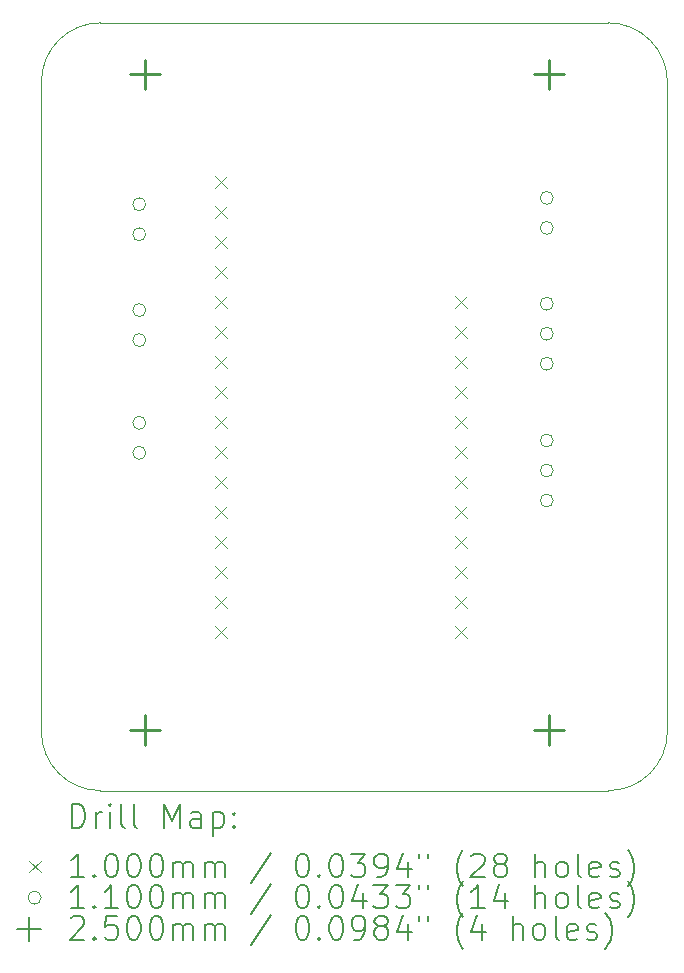
<source format=gbr>
%TF.GenerationSoftware,KiCad,Pcbnew,8.0.2*%
%TF.CreationDate,2024-05-18T00:21:11-06:00*%
%TF.ProjectId,VacuumATM_wCoinDispenser,56616375-756d-4415-944d-5f77436f696e,rev?*%
%TF.SameCoordinates,Original*%
%TF.FileFunction,Drillmap*%
%TF.FilePolarity,Positive*%
%FSLAX45Y45*%
G04 Gerber Fmt 4.5, Leading zero omitted, Abs format (unit mm)*
G04 Created by KiCad (PCBNEW 8.0.2) date 2024-05-18 00:21:11*
%MOMM*%
%LPD*%
G01*
G04 APERTURE LIST*
%ADD10C,0.050000*%
%ADD11C,0.200000*%
%ADD12C,0.100000*%
%ADD13C,0.110000*%
%ADD14C,0.250000*%
G04 APERTURE END LIST*
D10*
X10471429Y-12639000D02*
X10471429Y-7139000D01*
X10971429Y-6639000D02*
X15271429Y-6639000D01*
X15271429Y-13139000D02*
X10971429Y-13139000D01*
X15771429Y-7139000D02*
X15771429Y-12639000D01*
X10471429Y-7139000D02*
G75*
G02*
X10971429Y-6638999I500001J0D01*
G01*
X10971429Y-13139000D02*
G75*
G02*
X10471430Y-12639000I1J500000D01*
G01*
X15271429Y-6639000D02*
G75*
G02*
X15771430Y-7139000I1J-500000D01*
G01*
X15771429Y-12639000D02*
G75*
G02*
X15271429Y-13138999I-499999J0D01*
G01*
D11*
D12*
X11945000Y-7934000D02*
X12045000Y-8034000D01*
X12045000Y-7934000D02*
X11945000Y-8034000D01*
X11945000Y-8188000D02*
X12045000Y-8288000D01*
X12045000Y-8188000D02*
X11945000Y-8288000D01*
X11945000Y-8442000D02*
X12045000Y-8542000D01*
X12045000Y-8442000D02*
X11945000Y-8542000D01*
X11945000Y-8696000D02*
X12045000Y-8796000D01*
X12045000Y-8696000D02*
X11945000Y-8796000D01*
X11945000Y-8950000D02*
X12045000Y-9050000D01*
X12045000Y-8950000D02*
X11945000Y-9050000D01*
X11945000Y-9204000D02*
X12045000Y-9304000D01*
X12045000Y-9204000D02*
X11945000Y-9304000D01*
X11945000Y-9458000D02*
X12045000Y-9558000D01*
X12045000Y-9458000D02*
X11945000Y-9558000D01*
X11945000Y-9712000D02*
X12045000Y-9812000D01*
X12045000Y-9712000D02*
X11945000Y-9812000D01*
X11945000Y-9966000D02*
X12045000Y-10066000D01*
X12045000Y-9966000D02*
X11945000Y-10066000D01*
X11945000Y-10220000D02*
X12045000Y-10320000D01*
X12045000Y-10220000D02*
X11945000Y-10320000D01*
X11945000Y-10474000D02*
X12045000Y-10574000D01*
X12045000Y-10474000D02*
X11945000Y-10574000D01*
X11945000Y-10728000D02*
X12045000Y-10828000D01*
X12045000Y-10728000D02*
X11945000Y-10828000D01*
X11945000Y-10982000D02*
X12045000Y-11082000D01*
X12045000Y-10982000D02*
X11945000Y-11082000D01*
X11945000Y-11236000D02*
X12045000Y-11336000D01*
X12045000Y-11236000D02*
X11945000Y-11336000D01*
X11945000Y-11490000D02*
X12045000Y-11590000D01*
X12045000Y-11490000D02*
X11945000Y-11590000D01*
X11945000Y-11744000D02*
X12045000Y-11844000D01*
X12045000Y-11744000D02*
X11945000Y-11844000D01*
X13977000Y-8950000D02*
X14077000Y-9050000D01*
X14077000Y-8950000D02*
X13977000Y-9050000D01*
X13977000Y-9204000D02*
X14077000Y-9304000D01*
X14077000Y-9204000D02*
X13977000Y-9304000D01*
X13977000Y-9458000D02*
X14077000Y-9558000D01*
X14077000Y-9458000D02*
X13977000Y-9558000D01*
X13977000Y-9712000D02*
X14077000Y-9812000D01*
X14077000Y-9712000D02*
X13977000Y-9812000D01*
X13977000Y-9966000D02*
X14077000Y-10066000D01*
X14077000Y-9966000D02*
X13977000Y-10066000D01*
X13977000Y-10220000D02*
X14077000Y-10320000D01*
X14077000Y-10220000D02*
X13977000Y-10320000D01*
X13977000Y-10474000D02*
X14077000Y-10574000D01*
X14077000Y-10474000D02*
X13977000Y-10574000D01*
X13977000Y-10728000D02*
X14077000Y-10828000D01*
X14077000Y-10728000D02*
X13977000Y-10828000D01*
X13977000Y-10982000D02*
X14077000Y-11082000D01*
X14077000Y-10982000D02*
X13977000Y-11082000D01*
X13977000Y-11236000D02*
X14077000Y-11336000D01*
X14077000Y-11236000D02*
X13977000Y-11336000D01*
X13977000Y-11490000D02*
X14077000Y-11590000D01*
X14077000Y-11490000D02*
X13977000Y-11590000D01*
X13977000Y-11744000D02*
X14077000Y-11844000D01*
X14077000Y-11744000D02*
X13977000Y-11844000D01*
D13*
X11355000Y-8175000D02*
G75*
G02*
X11245000Y-8175000I-55000J0D01*
G01*
X11245000Y-8175000D02*
G75*
G02*
X11355000Y-8175000I55000J0D01*
G01*
X11355000Y-8429000D02*
G75*
G02*
X11245000Y-8429000I-55000J0D01*
G01*
X11245000Y-8429000D02*
G75*
G02*
X11355000Y-8429000I55000J0D01*
G01*
X11355000Y-9071000D02*
G75*
G02*
X11245000Y-9071000I-55000J0D01*
G01*
X11245000Y-9071000D02*
G75*
G02*
X11355000Y-9071000I55000J0D01*
G01*
X11355000Y-9325000D02*
G75*
G02*
X11245000Y-9325000I-55000J0D01*
G01*
X11245000Y-9325000D02*
G75*
G02*
X11355000Y-9325000I55000J0D01*
G01*
X11355000Y-10025000D02*
G75*
G02*
X11245000Y-10025000I-55000J0D01*
G01*
X11245000Y-10025000D02*
G75*
G02*
X11355000Y-10025000I55000J0D01*
G01*
X11355000Y-10279000D02*
G75*
G02*
X11245000Y-10279000I-55000J0D01*
G01*
X11245000Y-10279000D02*
G75*
G02*
X11355000Y-10279000I55000J0D01*
G01*
X14805000Y-8121000D02*
G75*
G02*
X14695000Y-8121000I-55000J0D01*
G01*
X14695000Y-8121000D02*
G75*
G02*
X14805000Y-8121000I55000J0D01*
G01*
X14805000Y-8375000D02*
G75*
G02*
X14695000Y-8375000I-55000J0D01*
G01*
X14695000Y-8375000D02*
G75*
G02*
X14805000Y-8375000I55000J0D01*
G01*
X14805000Y-9017000D02*
G75*
G02*
X14695000Y-9017000I-55000J0D01*
G01*
X14695000Y-9017000D02*
G75*
G02*
X14805000Y-9017000I55000J0D01*
G01*
X14805000Y-9271000D02*
G75*
G02*
X14695000Y-9271000I-55000J0D01*
G01*
X14695000Y-9271000D02*
G75*
G02*
X14805000Y-9271000I55000J0D01*
G01*
X14805000Y-9525000D02*
G75*
G02*
X14695000Y-9525000I-55000J0D01*
G01*
X14695000Y-9525000D02*
G75*
G02*
X14805000Y-9525000I55000J0D01*
G01*
X14805000Y-10175000D02*
G75*
G02*
X14695000Y-10175000I-55000J0D01*
G01*
X14695000Y-10175000D02*
G75*
G02*
X14805000Y-10175000I55000J0D01*
G01*
X14805000Y-10429000D02*
G75*
G02*
X14695000Y-10429000I-55000J0D01*
G01*
X14695000Y-10429000D02*
G75*
G02*
X14805000Y-10429000I55000J0D01*
G01*
X14805000Y-10683000D02*
G75*
G02*
X14695000Y-10683000I-55000J0D01*
G01*
X14695000Y-10683000D02*
G75*
G02*
X14805000Y-10683000I55000J0D01*
G01*
D14*
X11350000Y-6950000D02*
X11350000Y-7200000D01*
X11225000Y-7075000D02*
X11475000Y-7075000D01*
X11350000Y-12500000D02*
X11350000Y-12750000D01*
X11225000Y-12625000D02*
X11475000Y-12625000D01*
X14770224Y-6950000D02*
X14770224Y-7200000D01*
X14645224Y-7075000D02*
X14895224Y-7075000D01*
X14770224Y-12500000D02*
X14770224Y-12750000D01*
X14645224Y-12625000D02*
X14895224Y-12625000D01*
D11*
X10729705Y-13452984D02*
X10729705Y-13252984D01*
X10729705Y-13252984D02*
X10777324Y-13252984D01*
X10777324Y-13252984D02*
X10805896Y-13262508D01*
X10805896Y-13262508D02*
X10824944Y-13281555D01*
X10824944Y-13281555D02*
X10834467Y-13300603D01*
X10834467Y-13300603D02*
X10843991Y-13338698D01*
X10843991Y-13338698D02*
X10843991Y-13367269D01*
X10843991Y-13367269D02*
X10834467Y-13405365D01*
X10834467Y-13405365D02*
X10824944Y-13424412D01*
X10824944Y-13424412D02*
X10805896Y-13443460D01*
X10805896Y-13443460D02*
X10777324Y-13452984D01*
X10777324Y-13452984D02*
X10729705Y-13452984D01*
X10929705Y-13452984D02*
X10929705Y-13319650D01*
X10929705Y-13357746D02*
X10939229Y-13338698D01*
X10939229Y-13338698D02*
X10948753Y-13329174D01*
X10948753Y-13329174D02*
X10967801Y-13319650D01*
X10967801Y-13319650D02*
X10986848Y-13319650D01*
X11053515Y-13452984D02*
X11053515Y-13319650D01*
X11053515Y-13252984D02*
X11043991Y-13262508D01*
X11043991Y-13262508D02*
X11053515Y-13272031D01*
X11053515Y-13272031D02*
X11063039Y-13262508D01*
X11063039Y-13262508D02*
X11053515Y-13252984D01*
X11053515Y-13252984D02*
X11053515Y-13272031D01*
X11177324Y-13452984D02*
X11158277Y-13443460D01*
X11158277Y-13443460D02*
X11148753Y-13424412D01*
X11148753Y-13424412D02*
X11148753Y-13252984D01*
X11282086Y-13452984D02*
X11263039Y-13443460D01*
X11263039Y-13443460D02*
X11253515Y-13424412D01*
X11253515Y-13424412D02*
X11253515Y-13252984D01*
X11510658Y-13452984D02*
X11510658Y-13252984D01*
X11510658Y-13252984D02*
X11577324Y-13395841D01*
X11577324Y-13395841D02*
X11643991Y-13252984D01*
X11643991Y-13252984D02*
X11643991Y-13452984D01*
X11824943Y-13452984D02*
X11824943Y-13348222D01*
X11824943Y-13348222D02*
X11815420Y-13329174D01*
X11815420Y-13329174D02*
X11796372Y-13319650D01*
X11796372Y-13319650D02*
X11758277Y-13319650D01*
X11758277Y-13319650D02*
X11739229Y-13329174D01*
X11824943Y-13443460D02*
X11805896Y-13452984D01*
X11805896Y-13452984D02*
X11758277Y-13452984D01*
X11758277Y-13452984D02*
X11739229Y-13443460D01*
X11739229Y-13443460D02*
X11729705Y-13424412D01*
X11729705Y-13424412D02*
X11729705Y-13405365D01*
X11729705Y-13405365D02*
X11739229Y-13386317D01*
X11739229Y-13386317D02*
X11758277Y-13376793D01*
X11758277Y-13376793D02*
X11805896Y-13376793D01*
X11805896Y-13376793D02*
X11824943Y-13367269D01*
X11920182Y-13319650D02*
X11920182Y-13519650D01*
X11920182Y-13329174D02*
X11939229Y-13319650D01*
X11939229Y-13319650D02*
X11977324Y-13319650D01*
X11977324Y-13319650D02*
X11996372Y-13329174D01*
X11996372Y-13329174D02*
X12005896Y-13338698D01*
X12005896Y-13338698D02*
X12015420Y-13357746D01*
X12015420Y-13357746D02*
X12015420Y-13414888D01*
X12015420Y-13414888D02*
X12005896Y-13433936D01*
X12005896Y-13433936D02*
X11996372Y-13443460D01*
X11996372Y-13443460D02*
X11977324Y-13452984D01*
X11977324Y-13452984D02*
X11939229Y-13452984D01*
X11939229Y-13452984D02*
X11920182Y-13443460D01*
X12101134Y-13433936D02*
X12110658Y-13443460D01*
X12110658Y-13443460D02*
X12101134Y-13452984D01*
X12101134Y-13452984D02*
X12091610Y-13443460D01*
X12091610Y-13443460D02*
X12101134Y-13433936D01*
X12101134Y-13433936D02*
X12101134Y-13452984D01*
X12101134Y-13329174D02*
X12110658Y-13338698D01*
X12110658Y-13338698D02*
X12101134Y-13348222D01*
X12101134Y-13348222D02*
X12091610Y-13338698D01*
X12091610Y-13338698D02*
X12101134Y-13329174D01*
X12101134Y-13329174D02*
X12101134Y-13348222D01*
D12*
X10368929Y-13731500D02*
X10468929Y-13831500D01*
X10468929Y-13731500D02*
X10368929Y-13831500D01*
D11*
X10834467Y-13872984D02*
X10720182Y-13872984D01*
X10777324Y-13872984D02*
X10777324Y-13672984D01*
X10777324Y-13672984D02*
X10758277Y-13701555D01*
X10758277Y-13701555D02*
X10739229Y-13720603D01*
X10739229Y-13720603D02*
X10720182Y-13730127D01*
X10920182Y-13853936D02*
X10929705Y-13863460D01*
X10929705Y-13863460D02*
X10920182Y-13872984D01*
X10920182Y-13872984D02*
X10910658Y-13863460D01*
X10910658Y-13863460D02*
X10920182Y-13853936D01*
X10920182Y-13853936D02*
X10920182Y-13872984D01*
X11053515Y-13672984D02*
X11072563Y-13672984D01*
X11072563Y-13672984D02*
X11091610Y-13682508D01*
X11091610Y-13682508D02*
X11101134Y-13692031D01*
X11101134Y-13692031D02*
X11110658Y-13711079D01*
X11110658Y-13711079D02*
X11120182Y-13749174D01*
X11120182Y-13749174D02*
X11120182Y-13796793D01*
X11120182Y-13796793D02*
X11110658Y-13834888D01*
X11110658Y-13834888D02*
X11101134Y-13853936D01*
X11101134Y-13853936D02*
X11091610Y-13863460D01*
X11091610Y-13863460D02*
X11072563Y-13872984D01*
X11072563Y-13872984D02*
X11053515Y-13872984D01*
X11053515Y-13872984D02*
X11034467Y-13863460D01*
X11034467Y-13863460D02*
X11024944Y-13853936D01*
X11024944Y-13853936D02*
X11015420Y-13834888D01*
X11015420Y-13834888D02*
X11005896Y-13796793D01*
X11005896Y-13796793D02*
X11005896Y-13749174D01*
X11005896Y-13749174D02*
X11015420Y-13711079D01*
X11015420Y-13711079D02*
X11024944Y-13692031D01*
X11024944Y-13692031D02*
X11034467Y-13682508D01*
X11034467Y-13682508D02*
X11053515Y-13672984D01*
X11243991Y-13672984D02*
X11263039Y-13672984D01*
X11263039Y-13672984D02*
X11282086Y-13682508D01*
X11282086Y-13682508D02*
X11291610Y-13692031D01*
X11291610Y-13692031D02*
X11301134Y-13711079D01*
X11301134Y-13711079D02*
X11310658Y-13749174D01*
X11310658Y-13749174D02*
X11310658Y-13796793D01*
X11310658Y-13796793D02*
X11301134Y-13834888D01*
X11301134Y-13834888D02*
X11291610Y-13853936D01*
X11291610Y-13853936D02*
X11282086Y-13863460D01*
X11282086Y-13863460D02*
X11263039Y-13872984D01*
X11263039Y-13872984D02*
X11243991Y-13872984D01*
X11243991Y-13872984D02*
X11224943Y-13863460D01*
X11224943Y-13863460D02*
X11215420Y-13853936D01*
X11215420Y-13853936D02*
X11205896Y-13834888D01*
X11205896Y-13834888D02*
X11196372Y-13796793D01*
X11196372Y-13796793D02*
X11196372Y-13749174D01*
X11196372Y-13749174D02*
X11205896Y-13711079D01*
X11205896Y-13711079D02*
X11215420Y-13692031D01*
X11215420Y-13692031D02*
X11224943Y-13682508D01*
X11224943Y-13682508D02*
X11243991Y-13672984D01*
X11434467Y-13672984D02*
X11453515Y-13672984D01*
X11453515Y-13672984D02*
X11472563Y-13682508D01*
X11472563Y-13682508D02*
X11482086Y-13692031D01*
X11482086Y-13692031D02*
X11491610Y-13711079D01*
X11491610Y-13711079D02*
X11501134Y-13749174D01*
X11501134Y-13749174D02*
X11501134Y-13796793D01*
X11501134Y-13796793D02*
X11491610Y-13834888D01*
X11491610Y-13834888D02*
X11482086Y-13853936D01*
X11482086Y-13853936D02*
X11472563Y-13863460D01*
X11472563Y-13863460D02*
X11453515Y-13872984D01*
X11453515Y-13872984D02*
X11434467Y-13872984D01*
X11434467Y-13872984D02*
X11415420Y-13863460D01*
X11415420Y-13863460D02*
X11405896Y-13853936D01*
X11405896Y-13853936D02*
X11396372Y-13834888D01*
X11396372Y-13834888D02*
X11386848Y-13796793D01*
X11386848Y-13796793D02*
X11386848Y-13749174D01*
X11386848Y-13749174D02*
X11396372Y-13711079D01*
X11396372Y-13711079D02*
X11405896Y-13692031D01*
X11405896Y-13692031D02*
X11415420Y-13682508D01*
X11415420Y-13682508D02*
X11434467Y-13672984D01*
X11586848Y-13872984D02*
X11586848Y-13739650D01*
X11586848Y-13758698D02*
X11596372Y-13749174D01*
X11596372Y-13749174D02*
X11615420Y-13739650D01*
X11615420Y-13739650D02*
X11643991Y-13739650D01*
X11643991Y-13739650D02*
X11663039Y-13749174D01*
X11663039Y-13749174D02*
X11672563Y-13768222D01*
X11672563Y-13768222D02*
X11672563Y-13872984D01*
X11672563Y-13768222D02*
X11682086Y-13749174D01*
X11682086Y-13749174D02*
X11701134Y-13739650D01*
X11701134Y-13739650D02*
X11729705Y-13739650D01*
X11729705Y-13739650D02*
X11748753Y-13749174D01*
X11748753Y-13749174D02*
X11758277Y-13768222D01*
X11758277Y-13768222D02*
X11758277Y-13872984D01*
X11853515Y-13872984D02*
X11853515Y-13739650D01*
X11853515Y-13758698D02*
X11863039Y-13749174D01*
X11863039Y-13749174D02*
X11882086Y-13739650D01*
X11882086Y-13739650D02*
X11910658Y-13739650D01*
X11910658Y-13739650D02*
X11929705Y-13749174D01*
X11929705Y-13749174D02*
X11939229Y-13768222D01*
X11939229Y-13768222D02*
X11939229Y-13872984D01*
X11939229Y-13768222D02*
X11948753Y-13749174D01*
X11948753Y-13749174D02*
X11967801Y-13739650D01*
X11967801Y-13739650D02*
X11996372Y-13739650D01*
X11996372Y-13739650D02*
X12015420Y-13749174D01*
X12015420Y-13749174D02*
X12024944Y-13768222D01*
X12024944Y-13768222D02*
X12024944Y-13872984D01*
X12415420Y-13663460D02*
X12243991Y-13920603D01*
X12672563Y-13672984D02*
X12691610Y-13672984D01*
X12691610Y-13672984D02*
X12710658Y-13682508D01*
X12710658Y-13682508D02*
X12720182Y-13692031D01*
X12720182Y-13692031D02*
X12729706Y-13711079D01*
X12729706Y-13711079D02*
X12739229Y-13749174D01*
X12739229Y-13749174D02*
X12739229Y-13796793D01*
X12739229Y-13796793D02*
X12729706Y-13834888D01*
X12729706Y-13834888D02*
X12720182Y-13853936D01*
X12720182Y-13853936D02*
X12710658Y-13863460D01*
X12710658Y-13863460D02*
X12691610Y-13872984D01*
X12691610Y-13872984D02*
X12672563Y-13872984D01*
X12672563Y-13872984D02*
X12653515Y-13863460D01*
X12653515Y-13863460D02*
X12643991Y-13853936D01*
X12643991Y-13853936D02*
X12634467Y-13834888D01*
X12634467Y-13834888D02*
X12624944Y-13796793D01*
X12624944Y-13796793D02*
X12624944Y-13749174D01*
X12624944Y-13749174D02*
X12634467Y-13711079D01*
X12634467Y-13711079D02*
X12643991Y-13692031D01*
X12643991Y-13692031D02*
X12653515Y-13682508D01*
X12653515Y-13682508D02*
X12672563Y-13672984D01*
X12824944Y-13853936D02*
X12834467Y-13863460D01*
X12834467Y-13863460D02*
X12824944Y-13872984D01*
X12824944Y-13872984D02*
X12815420Y-13863460D01*
X12815420Y-13863460D02*
X12824944Y-13853936D01*
X12824944Y-13853936D02*
X12824944Y-13872984D01*
X12958277Y-13672984D02*
X12977325Y-13672984D01*
X12977325Y-13672984D02*
X12996372Y-13682508D01*
X12996372Y-13682508D02*
X13005896Y-13692031D01*
X13005896Y-13692031D02*
X13015420Y-13711079D01*
X13015420Y-13711079D02*
X13024944Y-13749174D01*
X13024944Y-13749174D02*
X13024944Y-13796793D01*
X13024944Y-13796793D02*
X13015420Y-13834888D01*
X13015420Y-13834888D02*
X13005896Y-13853936D01*
X13005896Y-13853936D02*
X12996372Y-13863460D01*
X12996372Y-13863460D02*
X12977325Y-13872984D01*
X12977325Y-13872984D02*
X12958277Y-13872984D01*
X12958277Y-13872984D02*
X12939229Y-13863460D01*
X12939229Y-13863460D02*
X12929706Y-13853936D01*
X12929706Y-13853936D02*
X12920182Y-13834888D01*
X12920182Y-13834888D02*
X12910658Y-13796793D01*
X12910658Y-13796793D02*
X12910658Y-13749174D01*
X12910658Y-13749174D02*
X12920182Y-13711079D01*
X12920182Y-13711079D02*
X12929706Y-13692031D01*
X12929706Y-13692031D02*
X12939229Y-13682508D01*
X12939229Y-13682508D02*
X12958277Y-13672984D01*
X13091610Y-13672984D02*
X13215420Y-13672984D01*
X13215420Y-13672984D02*
X13148753Y-13749174D01*
X13148753Y-13749174D02*
X13177325Y-13749174D01*
X13177325Y-13749174D02*
X13196372Y-13758698D01*
X13196372Y-13758698D02*
X13205896Y-13768222D01*
X13205896Y-13768222D02*
X13215420Y-13787269D01*
X13215420Y-13787269D02*
X13215420Y-13834888D01*
X13215420Y-13834888D02*
X13205896Y-13853936D01*
X13205896Y-13853936D02*
X13196372Y-13863460D01*
X13196372Y-13863460D02*
X13177325Y-13872984D01*
X13177325Y-13872984D02*
X13120182Y-13872984D01*
X13120182Y-13872984D02*
X13101134Y-13863460D01*
X13101134Y-13863460D02*
X13091610Y-13853936D01*
X13310658Y-13872984D02*
X13348753Y-13872984D01*
X13348753Y-13872984D02*
X13367801Y-13863460D01*
X13367801Y-13863460D02*
X13377325Y-13853936D01*
X13377325Y-13853936D02*
X13396372Y-13825365D01*
X13396372Y-13825365D02*
X13405896Y-13787269D01*
X13405896Y-13787269D02*
X13405896Y-13711079D01*
X13405896Y-13711079D02*
X13396372Y-13692031D01*
X13396372Y-13692031D02*
X13386848Y-13682508D01*
X13386848Y-13682508D02*
X13367801Y-13672984D01*
X13367801Y-13672984D02*
X13329706Y-13672984D01*
X13329706Y-13672984D02*
X13310658Y-13682508D01*
X13310658Y-13682508D02*
X13301134Y-13692031D01*
X13301134Y-13692031D02*
X13291610Y-13711079D01*
X13291610Y-13711079D02*
X13291610Y-13758698D01*
X13291610Y-13758698D02*
X13301134Y-13777746D01*
X13301134Y-13777746D02*
X13310658Y-13787269D01*
X13310658Y-13787269D02*
X13329706Y-13796793D01*
X13329706Y-13796793D02*
X13367801Y-13796793D01*
X13367801Y-13796793D02*
X13386848Y-13787269D01*
X13386848Y-13787269D02*
X13396372Y-13777746D01*
X13396372Y-13777746D02*
X13405896Y-13758698D01*
X13577325Y-13739650D02*
X13577325Y-13872984D01*
X13529706Y-13663460D02*
X13482087Y-13806317D01*
X13482087Y-13806317D02*
X13605896Y-13806317D01*
X13672563Y-13672984D02*
X13672563Y-13711079D01*
X13748753Y-13672984D02*
X13748753Y-13711079D01*
X14043991Y-13949174D02*
X14034468Y-13939650D01*
X14034468Y-13939650D02*
X14015420Y-13911079D01*
X14015420Y-13911079D02*
X14005896Y-13892031D01*
X14005896Y-13892031D02*
X13996372Y-13863460D01*
X13996372Y-13863460D02*
X13986849Y-13815841D01*
X13986849Y-13815841D02*
X13986849Y-13777746D01*
X13986849Y-13777746D02*
X13996372Y-13730127D01*
X13996372Y-13730127D02*
X14005896Y-13701555D01*
X14005896Y-13701555D02*
X14015420Y-13682508D01*
X14015420Y-13682508D02*
X14034468Y-13653936D01*
X14034468Y-13653936D02*
X14043991Y-13644412D01*
X14110658Y-13692031D02*
X14120182Y-13682508D01*
X14120182Y-13682508D02*
X14139229Y-13672984D01*
X14139229Y-13672984D02*
X14186849Y-13672984D01*
X14186849Y-13672984D02*
X14205896Y-13682508D01*
X14205896Y-13682508D02*
X14215420Y-13692031D01*
X14215420Y-13692031D02*
X14224944Y-13711079D01*
X14224944Y-13711079D02*
X14224944Y-13730127D01*
X14224944Y-13730127D02*
X14215420Y-13758698D01*
X14215420Y-13758698D02*
X14101134Y-13872984D01*
X14101134Y-13872984D02*
X14224944Y-13872984D01*
X14339229Y-13758698D02*
X14320182Y-13749174D01*
X14320182Y-13749174D02*
X14310658Y-13739650D01*
X14310658Y-13739650D02*
X14301134Y-13720603D01*
X14301134Y-13720603D02*
X14301134Y-13711079D01*
X14301134Y-13711079D02*
X14310658Y-13692031D01*
X14310658Y-13692031D02*
X14320182Y-13682508D01*
X14320182Y-13682508D02*
X14339229Y-13672984D01*
X14339229Y-13672984D02*
X14377325Y-13672984D01*
X14377325Y-13672984D02*
X14396372Y-13682508D01*
X14396372Y-13682508D02*
X14405896Y-13692031D01*
X14405896Y-13692031D02*
X14415420Y-13711079D01*
X14415420Y-13711079D02*
X14415420Y-13720603D01*
X14415420Y-13720603D02*
X14405896Y-13739650D01*
X14405896Y-13739650D02*
X14396372Y-13749174D01*
X14396372Y-13749174D02*
X14377325Y-13758698D01*
X14377325Y-13758698D02*
X14339229Y-13758698D01*
X14339229Y-13758698D02*
X14320182Y-13768222D01*
X14320182Y-13768222D02*
X14310658Y-13777746D01*
X14310658Y-13777746D02*
X14301134Y-13796793D01*
X14301134Y-13796793D02*
X14301134Y-13834888D01*
X14301134Y-13834888D02*
X14310658Y-13853936D01*
X14310658Y-13853936D02*
X14320182Y-13863460D01*
X14320182Y-13863460D02*
X14339229Y-13872984D01*
X14339229Y-13872984D02*
X14377325Y-13872984D01*
X14377325Y-13872984D02*
X14396372Y-13863460D01*
X14396372Y-13863460D02*
X14405896Y-13853936D01*
X14405896Y-13853936D02*
X14415420Y-13834888D01*
X14415420Y-13834888D02*
X14415420Y-13796793D01*
X14415420Y-13796793D02*
X14405896Y-13777746D01*
X14405896Y-13777746D02*
X14396372Y-13768222D01*
X14396372Y-13768222D02*
X14377325Y-13758698D01*
X14653515Y-13872984D02*
X14653515Y-13672984D01*
X14739230Y-13872984D02*
X14739230Y-13768222D01*
X14739230Y-13768222D02*
X14729706Y-13749174D01*
X14729706Y-13749174D02*
X14710658Y-13739650D01*
X14710658Y-13739650D02*
X14682087Y-13739650D01*
X14682087Y-13739650D02*
X14663039Y-13749174D01*
X14663039Y-13749174D02*
X14653515Y-13758698D01*
X14863039Y-13872984D02*
X14843991Y-13863460D01*
X14843991Y-13863460D02*
X14834468Y-13853936D01*
X14834468Y-13853936D02*
X14824944Y-13834888D01*
X14824944Y-13834888D02*
X14824944Y-13777746D01*
X14824944Y-13777746D02*
X14834468Y-13758698D01*
X14834468Y-13758698D02*
X14843991Y-13749174D01*
X14843991Y-13749174D02*
X14863039Y-13739650D01*
X14863039Y-13739650D02*
X14891611Y-13739650D01*
X14891611Y-13739650D02*
X14910658Y-13749174D01*
X14910658Y-13749174D02*
X14920182Y-13758698D01*
X14920182Y-13758698D02*
X14929706Y-13777746D01*
X14929706Y-13777746D02*
X14929706Y-13834888D01*
X14929706Y-13834888D02*
X14920182Y-13853936D01*
X14920182Y-13853936D02*
X14910658Y-13863460D01*
X14910658Y-13863460D02*
X14891611Y-13872984D01*
X14891611Y-13872984D02*
X14863039Y-13872984D01*
X15043991Y-13872984D02*
X15024944Y-13863460D01*
X15024944Y-13863460D02*
X15015420Y-13844412D01*
X15015420Y-13844412D02*
X15015420Y-13672984D01*
X15196372Y-13863460D02*
X15177325Y-13872984D01*
X15177325Y-13872984D02*
X15139230Y-13872984D01*
X15139230Y-13872984D02*
X15120182Y-13863460D01*
X15120182Y-13863460D02*
X15110658Y-13844412D01*
X15110658Y-13844412D02*
X15110658Y-13768222D01*
X15110658Y-13768222D02*
X15120182Y-13749174D01*
X15120182Y-13749174D02*
X15139230Y-13739650D01*
X15139230Y-13739650D02*
X15177325Y-13739650D01*
X15177325Y-13739650D02*
X15196372Y-13749174D01*
X15196372Y-13749174D02*
X15205896Y-13768222D01*
X15205896Y-13768222D02*
X15205896Y-13787269D01*
X15205896Y-13787269D02*
X15110658Y-13806317D01*
X15282087Y-13863460D02*
X15301134Y-13872984D01*
X15301134Y-13872984D02*
X15339230Y-13872984D01*
X15339230Y-13872984D02*
X15358277Y-13863460D01*
X15358277Y-13863460D02*
X15367801Y-13844412D01*
X15367801Y-13844412D02*
X15367801Y-13834888D01*
X15367801Y-13834888D02*
X15358277Y-13815841D01*
X15358277Y-13815841D02*
X15339230Y-13806317D01*
X15339230Y-13806317D02*
X15310658Y-13806317D01*
X15310658Y-13806317D02*
X15291611Y-13796793D01*
X15291611Y-13796793D02*
X15282087Y-13777746D01*
X15282087Y-13777746D02*
X15282087Y-13768222D01*
X15282087Y-13768222D02*
X15291611Y-13749174D01*
X15291611Y-13749174D02*
X15310658Y-13739650D01*
X15310658Y-13739650D02*
X15339230Y-13739650D01*
X15339230Y-13739650D02*
X15358277Y-13749174D01*
X15434468Y-13949174D02*
X15443992Y-13939650D01*
X15443992Y-13939650D02*
X15463039Y-13911079D01*
X15463039Y-13911079D02*
X15472563Y-13892031D01*
X15472563Y-13892031D02*
X15482087Y-13863460D01*
X15482087Y-13863460D02*
X15491611Y-13815841D01*
X15491611Y-13815841D02*
X15491611Y-13777746D01*
X15491611Y-13777746D02*
X15482087Y-13730127D01*
X15482087Y-13730127D02*
X15472563Y-13701555D01*
X15472563Y-13701555D02*
X15463039Y-13682508D01*
X15463039Y-13682508D02*
X15443992Y-13653936D01*
X15443992Y-13653936D02*
X15434468Y-13644412D01*
D13*
X10468929Y-14045500D02*
G75*
G02*
X10358929Y-14045500I-55000J0D01*
G01*
X10358929Y-14045500D02*
G75*
G02*
X10468929Y-14045500I55000J0D01*
G01*
D11*
X10834467Y-14136984D02*
X10720182Y-14136984D01*
X10777324Y-14136984D02*
X10777324Y-13936984D01*
X10777324Y-13936984D02*
X10758277Y-13965555D01*
X10758277Y-13965555D02*
X10739229Y-13984603D01*
X10739229Y-13984603D02*
X10720182Y-13994127D01*
X10920182Y-14117936D02*
X10929705Y-14127460D01*
X10929705Y-14127460D02*
X10920182Y-14136984D01*
X10920182Y-14136984D02*
X10910658Y-14127460D01*
X10910658Y-14127460D02*
X10920182Y-14117936D01*
X10920182Y-14117936D02*
X10920182Y-14136984D01*
X11120182Y-14136984D02*
X11005896Y-14136984D01*
X11063039Y-14136984D02*
X11063039Y-13936984D01*
X11063039Y-13936984D02*
X11043991Y-13965555D01*
X11043991Y-13965555D02*
X11024944Y-13984603D01*
X11024944Y-13984603D02*
X11005896Y-13994127D01*
X11243991Y-13936984D02*
X11263039Y-13936984D01*
X11263039Y-13936984D02*
X11282086Y-13946508D01*
X11282086Y-13946508D02*
X11291610Y-13956031D01*
X11291610Y-13956031D02*
X11301134Y-13975079D01*
X11301134Y-13975079D02*
X11310658Y-14013174D01*
X11310658Y-14013174D02*
X11310658Y-14060793D01*
X11310658Y-14060793D02*
X11301134Y-14098888D01*
X11301134Y-14098888D02*
X11291610Y-14117936D01*
X11291610Y-14117936D02*
X11282086Y-14127460D01*
X11282086Y-14127460D02*
X11263039Y-14136984D01*
X11263039Y-14136984D02*
X11243991Y-14136984D01*
X11243991Y-14136984D02*
X11224943Y-14127460D01*
X11224943Y-14127460D02*
X11215420Y-14117936D01*
X11215420Y-14117936D02*
X11205896Y-14098888D01*
X11205896Y-14098888D02*
X11196372Y-14060793D01*
X11196372Y-14060793D02*
X11196372Y-14013174D01*
X11196372Y-14013174D02*
X11205896Y-13975079D01*
X11205896Y-13975079D02*
X11215420Y-13956031D01*
X11215420Y-13956031D02*
X11224943Y-13946508D01*
X11224943Y-13946508D02*
X11243991Y-13936984D01*
X11434467Y-13936984D02*
X11453515Y-13936984D01*
X11453515Y-13936984D02*
X11472563Y-13946508D01*
X11472563Y-13946508D02*
X11482086Y-13956031D01*
X11482086Y-13956031D02*
X11491610Y-13975079D01*
X11491610Y-13975079D02*
X11501134Y-14013174D01*
X11501134Y-14013174D02*
X11501134Y-14060793D01*
X11501134Y-14060793D02*
X11491610Y-14098888D01*
X11491610Y-14098888D02*
X11482086Y-14117936D01*
X11482086Y-14117936D02*
X11472563Y-14127460D01*
X11472563Y-14127460D02*
X11453515Y-14136984D01*
X11453515Y-14136984D02*
X11434467Y-14136984D01*
X11434467Y-14136984D02*
X11415420Y-14127460D01*
X11415420Y-14127460D02*
X11405896Y-14117936D01*
X11405896Y-14117936D02*
X11396372Y-14098888D01*
X11396372Y-14098888D02*
X11386848Y-14060793D01*
X11386848Y-14060793D02*
X11386848Y-14013174D01*
X11386848Y-14013174D02*
X11396372Y-13975079D01*
X11396372Y-13975079D02*
X11405896Y-13956031D01*
X11405896Y-13956031D02*
X11415420Y-13946508D01*
X11415420Y-13946508D02*
X11434467Y-13936984D01*
X11586848Y-14136984D02*
X11586848Y-14003650D01*
X11586848Y-14022698D02*
X11596372Y-14013174D01*
X11596372Y-14013174D02*
X11615420Y-14003650D01*
X11615420Y-14003650D02*
X11643991Y-14003650D01*
X11643991Y-14003650D02*
X11663039Y-14013174D01*
X11663039Y-14013174D02*
X11672563Y-14032222D01*
X11672563Y-14032222D02*
X11672563Y-14136984D01*
X11672563Y-14032222D02*
X11682086Y-14013174D01*
X11682086Y-14013174D02*
X11701134Y-14003650D01*
X11701134Y-14003650D02*
X11729705Y-14003650D01*
X11729705Y-14003650D02*
X11748753Y-14013174D01*
X11748753Y-14013174D02*
X11758277Y-14032222D01*
X11758277Y-14032222D02*
X11758277Y-14136984D01*
X11853515Y-14136984D02*
X11853515Y-14003650D01*
X11853515Y-14022698D02*
X11863039Y-14013174D01*
X11863039Y-14013174D02*
X11882086Y-14003650D01*
X11882086Y-14003650D02*
X11910658Y-14003650D01*
X11910658Y-14003650D02*
X11929705Y-14013174D01*
X11929705Y-14013174D02*
X11939229Y-14032222D01*
X11939229Y-14032222D02*
X11939229Y-14136984D01*
X11939229Y-14032222D02*
X11948753Y-14013174D01*
X11948753Y-14013174D02*
X11967801Y-14003650D01*
X11967801Y-14003650D02*
X11996372Y-14003650D01*
X11996372Y-14003650D02*
X12015420Y-14013174D01*
X12015420Y-14013174D02*
X12024944Y-14032222D01*
X12024944Y-14032222D02*
X12024944Y-14136984D01*
X12415420Y-13927460D02*
X12243991Y-14184603D01*
X12672563Y-13936984D02*
X12691610Y-13936984D01*
X12691610Y-13936984D02*
X12710658Y-13946508D01*
X12710658Y-13946508D02*
X12720182Y-13956031D01*
X12720182Y-13956031D02*
X12729706Y-13975079D01*
X12729706Y-13975079D02*
X12739229Y-14013174D01*
X12739229Y-14013174D02*
X12739229Y-14060793D01*
X12739229Y-14060793D02*
X12729706Y-14098888D01*
X12729706Y-14098888D02*
X12720182Y-14117936D01*
X12720182Y-14117936D02*
X12710658Y-14127460D01*
X12710658Y-14127460D02*
X12691610Y-14136984D01*
X12691610Y-14136984D02*
X12672563Y-14136984D01*
X12672563Y-14136984D02*
X12653515Y-14127460D01*
X12653515Y-14127460D02*
X12643991Y-14117936D01*
X12643991Y-14117936D02*
X12634467Y-14098888D01*
X12634467Y-14098888D02*
X12624944Y-14060793D01*
X12624944Y-14060793D02*
X12624944Y-14013174D01*
X12624944Y-14013174D02*
X12634467Y-13975079D01*
X12634467Y-13975079D02*
X12643991Y-13956031D01*
X12643991Y-13956031D02*
X12653515Y-13946508D01*
X12653515Y-13946508D02*
X12672563Y-13936984D01*
X12824944Y-14117936D02*
X12834467Y-14127460D01*
X12834467Y-14127460D02*
X12824944Y-14136984D01*
X12824944Y-14136984D02*
X12815420Y-14127460D01*
X12815420Y-14127460D02*
X12824944Y-14117936D01*
X12824944Y-14117936D02*
X12824944Y-14136984D01*
X12958277Y-13936984D02*
X12977325Y-13936984D01*
X12977325Y-13936984D02*
X12996372Y-13946508D01*
X12996372Y-13946508D02*
X13005896Y-13956031D01*
X13005896Y-13956031D02*
X13015420Y-13975079D01*
X13015420Y-13975079D02*
X13024944Y-14013174D01*
X13024944Y-14013174D02*
X13024944Y-14060793D01*
X13024944Y-14060793D02*
X13015420Y-14098888D01*
X13015420Y-14098888D02*
X13005896Y-14117936D01*
X13005896Y-14117936D02*
X12996372Y-14127460D01*
X12996372Y-14127460D02*
X12977325Y-14136984D01*
X12977325Y-14136984D02*
X12958277Y-14136984D01*
X12958277Y-14136984D02*
X12939229Y-14127460D01*
X12939229Y-14127460D02*
X12929706Y-14117936D01*
X12929706Y-14117936D02*
X12920182Y-14098888D01*
X12920182Y-14098888D02*
X12910658Y-14060793D01*
X12910658Y-14060793D02*
X12910658Y-14013174D01*
X12910658Y-14013174D02*
X12920182Y-13975079D01*
X12920182Y-13975079D02*
X12929706Y-13956031D01*
X12929706Y-13956031D02*
X12939229Y-13946508D01*
X12939229Y-13946508D02*
X12958277Y-13936984D01*
X13196372Y-14003650D02*
X13196372Y-14136984D01*
X13148753Y-13927460D02*
X13101134Y-14070317D01*
X13101134Y-14070317D02*
X13224944Y-14070317D01*
X13282087Y-13936984D02*
X13405896Y-13936984D01*
X13405896Y-13936984D02*
X13339229Y-14013174D01*
X13339229Y-14013174D02*
X13367801Y-14013174D01*
X13367801Y-14013174D02*
X13386848Y-14022698D01*
X13386848Y-14022698D02*
X13396372Y-14032222D01*
X13396372Y-14032222D02*
X13405896Y-14051269D01*
X13405896Y-14051269D02*
X13405896Y-14098888D01*
X13405896Y-14098888D02*
X13396372Y-14117936D01*
X13396372Y-14117936D02*
X13386848Y-14127460D01*
X13386848Y-14127460D02*
X13367801Y-14136984D01*
X13367801Y-14136984D02*
X13310658Y-14136984D01*
X13310658Y-14136984D02*
X13291610Y-14127460D01*
X13291610Y-14127460D02*
X13282087Y-14117936D01*
X13472563Y-13936984D02*
X13596372Y-13936984D01*
X13596372Y-13936984D02*
X13529706Y-14013174D01*
X13529706Y-14013174D02*
X13558277Y-14013174D01*
X13558277Y-14013174D02*
X13577325Y-14022698D01*
X13577325Y-14022698D02*
X13586848Y-14032222D01*
X13586848Y-14032222D02*
X13596372Y-14051269D01*
X13596372Y-14051269D02*
X13596372Y-14098888D01*
X13596372Y-14098888D02*
X13586848Y-14117936D01*
X13586848Y-14117936D02*
X13577325Y-14127460D01*
X13577325Y-14127460D02*
X13558277Y-14136984D01*
X13558277Y-14136984D02*
X13501134Y-14136984D01*
X13501134Y-14136984D02*
X13482087Y-14127460D01*
X13482087Y-14127460D02*
X13472563Y-14117936D01*
X13672563Y-13936984D02*
X13672563Y-13975079D01*
X13748753Y-13936984D02*
X13748753Y-13975079D01*
X14043991Y-14213174D02*
X14034468Y-14203650D01*
X14034468Y-14203650D02*
X14015420Y-14175079D01*
X14015420Y-14175079D02*
X14005896Y-14156031D01*
X14005896Y-14156031D02*
X13996372Y-14127460D01*
X13996372Y-14127460D02*
X13986849Y-14079841D01*
X13986849Y-14079841D02*
X13986849Y-14041746D01*
X13986849Y-14041746D02*
X13996372Y-13994127D01*
X13996372Y-13994127D02*
X14005896Y-13965555D01*
X14005896Y-13965555D02*
X14015420Y-13946508D01*
X14015420Y-13946508D02*
X14034468Y-13917936D01*
X14034468Y-13917936D02*
X14043991Y-13908412D01*
X14224944Y-14136984D02*
X14110658Y-14136984D01*
X14167801Y-14136984D02*
X14167801Y-13936984D01*
X14167801Y-13936984D02*
X14148753Y-13965555D01*
X14148753Y-13965555D02*
X14129706Y-13984603D01*
X14129706Y-13984603D02*
X14110658Y-13994127D01*
X14396372Y-14003650D02*
X14396372Y-14136984D01*
X14348753Y-13927460D02*
X14301134Y-14070317D01*
X14301134Y-14070317D02*
X14424944Y-14070317D01*
X14653515Y-14136984D02*
X14653515Y-13936984D01*
X14739230Y-14136984D02*
X14739230Y-14032222D01*
X14739230Y-14032222D02*
X14729706Y-14013174D01*
X14729706Y-14013174D02*
X14710658Y-14003650D01*
X14710658Y-14003650D02*
X14682087Y-14003650D01*
X14682087Y-14003650D02*
X14663039Y-14013174D01*
X14663039Y-14013174D02*
X14653515Y-14022698D01*
X14863039Y-14136984D02*
X14843991Y-14127460D01*
X14843991Y-14127460D02*
X14834468Y-14117936D01*
X14834468Y-14117936D02*
X14824944Y-14098888D01*
X14824944Y-14098888D02*
X14824944Y-14041746D01*
X14824944Y-14041746D02*
X14834468Y-14022698D01*
X14834468Y-14022698D02*
X14843991Y-14013174D01*
X14843991Y-14013174D02*
X14863039Y-14003650D01*
X14863039Y-14003650D02*
X14891611Y-14003650D01*
X14891611Y-14003650D02*
X14910658Y-14013174D01*
X14910658Y-14013174D02*
X14920182Y-14022698D01*
X14920182Y-14022698D02*
X14929706Y-14041746D01*
X14929706Y-14041746D02*
X14929706Y-14098888D01*
X14929706Y-14098888D02*
X14920182Y-14117936D01*
X14920182Y-14117936D02*
X14910658Y-14127460D01*
X14910658Y-14127460D02*
X14891611Y-14136984D01*
X14891611Y-14136984D02*
X14863039Y-14136984D01*
X15043991Y-14136984D02*
X15024944Y-14127460D01*
X15024944Y-14127460D02*
X15015420Y-14108412D01*
X15015420Y-14108412D02*
X15015420Y-13936984D01*
X15196372Y-14127460D02*
X15177325Y-14136984D01*
X15177325Y-14136984D02*
X15139230Y-14136984D01*
X15139230Y-14136984D02*
X15120182Y-14127460D01*
X15120182Y-14127460D02*
X15110658Y-14108412D01*
X15110658Y-14108412D02*
X15110658Y-14032222D01*
X15110658Y-14032222D02*
X15120182Y-14013174D01*
X15120182Y-14013174D02*
X15139230Y-14003650D01*
X15139230Y-14003650D02*
X15177325Y-14003650D01*
X15177325Y-14003650D02*
X15196372Y-14013174D01*
X15196372Y-14013174D02*
X15205896Y-14032222D01*
X15205896Y-14032222D02*
X15205896Y-14051269D01*
X15205896Y-14051269D02*
X15110658Y-14070317D01*
X15282087Y-14127460D02*
X15301134Y-14136984D01*
X15301134Y-14136984D02*
X15339230Y-14136984D01*
X15339230Y-14136984D02*
X15358277Y-14127460D01*
X15358277Y-14127460D02*
X15367801Y-14108412D01*
X15367801Y-14108412D02*
X15367801Y-14098888D01*
X15367801Y-14098888D02*
X15358277Y-14079841D01*
X15358277Y-14079841D02*
X15339230Y-14070317D01*
X15339230Y-14070317D02*
X15310658Y-14070317D01*
X15310658Y-14070317D02*
X15291611Y-14060793D01*
X15291611Y-14060793D02*
X15282087Y-14041746D01*
X15282087Y-14041746D02*
X15282087Y-14032222D01*
X15282087Y-14032222D02*
X15291611Y-14013174D01*
X15291611Y-14013174D02*
X15310658Y-14003650D01*
X15310658Y-14003650D02*
X15339230Y-14003650D01*
X15339230Y-14003650D02*
X15358277Y-14013174D01*
X15434468Y-14213174D02*
X15443992Y-14203650D01*
X15443992Y-14203650D02*
X15463039Y-14175079D01*
X15463039Y-14175079D02*
X15472563Y-14156031D01*
X15472563Y-14156031D02*
X15482087Y-14127460D01*
X15482087Y-14127460D02*
X15491611Y-14079841D01*
X15491611Y-14079841D02*
X15491611Y-14041746D01*
X15491611Y-14041746D02*
X15482087Y-13994127D01*
X15482087Y-13994127D02*
X15472563Y-13965555D01*
X15472563Y-13965555D02*
X15463039Y-13946508D01*
X15463039Y-13946508D02*
X15443992Y-13917936D01*
X15443992Y-13917936D02*
X15434468Y-13908412D01*
X10368929Y-14209500D02*
X10368929Y-14409500D01*
X10268929Y-14309500D02*
X10468929Y-14309500D01*
X10720182Y-14220031D02*
X10729705Y-14210508D01*
X10729705Y-14210508D02*
X10748753Y-14200984D01*
X10748753Y-14200984D02*
X10796372Y-14200984D01*
X10796372Y-14200984D02*
X10815420Y-14210508D01*
X10815420Y-14210508D02*
X10824944Y-14220031D01*
X10824944Y-14220031D02*
X10834467Y-14239079D01*
X10834467Y-14239079D02*
X10834467Y-14258127D01*
X10834467Y-14258127D02*
X10824944Y-14286698D01*
X10824944Y-14286698D02*
X10710658Y-14400984D01*
X10710658Y-14400984D02*
X10834467Y-14400984D01*
X10920182Y-14381936D02*
X10929705Y-14391460D01*
X10929705Y-14391460D02*
X10920182Y-14400984D01*
X10920182Y-14400984D02*
X10910658Y-14391460D01*
X10910658Y-14391460D02*
X10920182Y-14381936D01*
X10920182Y-14381936D02*
X10920182Y-14400984D01*
X11110658Y-14200984D02*
X11015420Y-14200984D01*
X11015420Y-14200984D02*
X11005896Y-14296222D01*
X11005896Y-14296222D02*
X11015420Y-14286698D01*
X11015420Y-14286698D02*
X11034467Y-14277174D01*
X11034467Y-14277174D02*
X11082086Y-14277174D01*
X11082086Y-14277174D02*
X11101134Y-14286698D01*
X11101134Y-14286698D02*
X11110658Y-14296222D01*
X11110658Y-14296222D02*
X11120182Y-14315269D01*
X11120182Y-14315269D02*
X11120182Y-14362888D01*
X11120182Y-14362888D02*
X11110658Y-14381936D01*
X11110658Y-14381936D02*
X11101134Y-14391460D01*
X11101134Y-14391460D02*
X11082086Y-14400984D01*
X11082086Y-14400984D02*
X11034467Y-14400984D01*
X11034467Y-14400984D02*
X11015420Y-14391460D01*
X11015420Y-14391460D02*
X11005896Y-14381936D01*
X11243991Y-14200984D02*
X11263039Y-14200984D01*
X11263039Y-14200984D02*
X11282086Y-14210508D01*
X11282086Y-14210508D02*
X11291610Y-14220031D01*
X11291610Y-14220031D02*
X11301134Y-14239079D01*
X11301134Y-14239079D02*
X11310658Y-14277174D01*
X11310658Y-14277174D02*
X11310658Y-14324793D01*
X11310658Y-14324793D02*
X11301134Y-14362888D01*
X11301134Y-14362888D02*
X11291610Y-14381936D01*
X11291610Y-14381936D02*
X11282086Y-14391460D01*
X11282086Y-14391460D02*
X11263039Y-14400984D01*
X11263039Y-14400984D02*
X11243991Y-14400984D01*
X11243991Y-14400984D02*
X11224943Y-14391460D01*
X11224943Y-14391460D02*
X11215420Y-14381936D01*
X11215420Y-14381936D02*
X11205896Y-14362888D01*
X11205896Y-14362888D02*
X11196372Y-14324793D01*
X11196372Y-14324793D02*
X11196372Y-14277174D01*
X11196372Y-14277174D02*
X11205896Y-14239079D01*
X11205896Y-14239079D02*
X11215420Y-14220031D01*
X11215420Y-14220031D02*
X11224943Y-14210508D01*
X11224943Y-14210508D02*
X11243991Y-14200984D01*
X11434467Y-14200984D02*
X11453515Y-14200984D01*
X11453515Y-14200984D02*
X11472563Y-14210508D01*
X11472563Y-14210508D02*
X11482086Y-14220031D01*
X11482086Y-14220031D02*
X11491610Y-14239079D01*
X11491610Y-14239079D02*
X11501134Y-14277174D01*
X11501134Y-14277174D02*
X11501134Y-14324793D01*
X11501134Y-14324793D02*
X11491610Y-14362888D01*
X11491610Y-14362888D02*
X11482086Y-14381936D01*
X11482086Y-14381936D02*
X11472563Y-14391460D01*
X11472563Y-14391460D02*
X11453515Y-14400984D01*
X11453515Y-14400984D02*
X11434467Y-14400984D01*
X11434467Y-14400984D02*
X11415420Y-14391460D01*
X11415420Y-14391460D02*
X11405896Y-14381936D01*
X11405896Y-14381936D02*
X11396372Y-14362888D01*
X11396372Y-14362888D02*
X11386848Y-14324793D01*
X11386848Y-14324793D02*
X11386848Y-14277174D01*
X11386848Y-14277174D02*
X11396372Y-14239079D01*
X11396372Y-14239079D02*
X11405896Y-14220031D01*
X11405896Y-14220031D02*
X11415420Y-14210508D01*
X11415420Y-14210508D02*
X11434467Y-14200984D01*
X11586848Y-14400984D02*
X11586848Y-14267650D01*
X11586848Y-14286698D02*
X11596372Y-14277174D01*
X11596372Y-14277174D02*
X11615420Y-14267650D01*
X11615420Y-14267650D02*
X11643991Y-14267650D01*
X11643991Y-14267650D02*
X11663039Y-14277174D01*
X11663039Y-14277174D02*
X11672563Y-14296222D01*
X11672563Y-14296222D02*
X11672563Y-14400984D01*
X11672563Y-14296222D02*
X11682086Y-14277174D01*
X11682086Y-14277174D02*
X11701134Y-14267650D01*
X11701134Y-14267650D02*
X11729705Y-14267650D01*
X11729705Y-14267650D02*
X11748753Y-14277174D01*
X11748753Y-14277174D02*
X11758277Y-14296222D01*
X11758277Y-14296222D02*
X11758277Y-14400984D01*
X11853515Y-14400984D02*
X11853515Y-14267650D01*
X11853515Y-14286698D02*
X11863039Y-14277174D01*
X11863039Y-14277174D02*
X11882086Y-14267650D01*
X11882086Y-14267650D02*
X11910658Y-14267650D01*
X11910658Y-14267650D02*
X11929705Y-14277174D01*
X11929705Y-14277174D02*
X11939229Y-14296222D01*
X11939229Y-14296222D02*
X11939229Y-14400984D01*
X11939229Y-14296222D02*
X11948753Y-14277174D01*
X11948753Y-14277174D02*
X11967801Y-14267650D01*
X11967801Y-14267650D02*
X11996372Y-14267650D01*
X11996372Y-14267650D02*
X12015420Y-14277174D01*
X12015420Y-14277174D02*
X12024944Y-14296222D01*
X12024944Y-14296222D02*
X12024944Y-14400984D01*
X12415420Y-14191460D02*
X12243991Y-14448603D01*
X12672563Y-14200984D02*
X12691610Y-14200984D01*
X12691610Y-14200984D02*
X12710658Y-14210508D01*
X12710658Y-14210508D02*
X12720182Y-14220031D01*
X12720182Y-14220031D02*
X12729706Y-14239079D01*
X12729706Y-14239079D02*
X12739229Y-14277174D01*
X12739229Y-14277174D02*
X12739229Y-14324793D01*
X12739229Y-14324793D02*
X12729706Y-14362888D01*
X12729706Y-14362888D02*
X12720182Y-14381936D01*
X12720182Y-14381936D02*
X12710658Y-14391460D01*
X12710658Y-14391460D02*
X12691610Y-14400984D01*
X12691610Y-14400984D02*
X12672563Y-14400984D01*
X12672563Y-14400984D02*
X12653515Y-14391460D01*
X12653515Y-14391460D02*
X12643991Y-14381936D01*
X12643991Y-14381936D02*
X12634467Y-14362888D01*
X12634467Y-14362888D02*
X12624944Y-14324793D01*
X12624944Y-14324793D02*
X12624944Y-14277174D01*
X12624944Y-14277174D02*
X12634467Y-14239079D01*
X12634467Y-14239079D02*
X12643991Y-14220031D01*
X12643991Y-14220031D02*
X12653515Y-14210508D01*
X12653515Y-14210508D02*
X12672563Y-14200984D01*
X12824944Y-14381936D02*
X12834467Y-14391460D01*
X12834467Y-14391460D02*
X12824944Y-14400984D01*
X12824944Y-14400984D02*
X12815420Y-14391460D01*
X12815420Y-14391460D02*
X12824944Y-14381936D01*
X12824944Y-14381936D02*
X12824944Y-14400984D01*
X12958277Y-14200984D02*
X12977325Y-14200984D01*
X12977325Y-14200984D02*
X12996372Y-14210508D01*
X12996372Y-14210508D02*
X13005896Y-14220031D01*
X13005896Y-14220031D02*
X13015420Y-14239079D01*
X13015420Y-14239079D02*
X13024944Y-14277174D01*
X13024944Y-14277174D02*
X13024944Y-14324793D01*
X13024944Y-14324793D02*
X13015420Y-14362888D01*
X13015420Y-14362888D02*
X13005896Y-14381936D01*
X13005896Y-14381936D02*
X12996372Y-14391460D01*
X12996372Y-14391460D02*
X12977325Y-14400984D01*
X12977325Y-14400984D02*
X12958277Y-14400984D01*
X12958277Y-14400984D02*
X12939229Y-14391460D01*
X12939229Y-14391460D02*
X12929706Y-14381936D01*
X12929706Y-14381936D02*
X12920182Y-14362888D01*
X12920182Y-14362888D02*
X12910658Y-14324793D01*
X12910658Y-14324793D02*
X12910658Y-14277174D01*
X12910658Y-14277174D02*
X12920182Y-14239079D01*
X12920182Y-14239079D02*
X12929706Y-14220031D01*
X12929706Y-14220031D02*
X12939229Y-14210508D01*
X12939229Y-14210508D02*
X12958277Y-14200984D01*
X13120182Y-14400984D02*
X13158277Y-14400984D01*
X13158277Y-14400984D02*
X13177325Y-14391460D01*
X13177325Y-14391460D02*
X13186848Y-14381936D01*
X13186848Y-14381936D02*
X13205896Y-14353365D01*
X13205896Y-14353365D02*
X13215420Y-14315269D01*
X13215420Y-14315269D02*
X13215420Y-14239079D01*
X13215420Y-14239079D02*
X13205896Y-14220031D01*
X13205896Y-14220031D02*
X13196372Y-14210508D01*
X13196372Y-14210508D02*
X13177325Y-14200984D01*
X13177325Y-14200984D02*
X13139229Y-14200984D01*
X13139229Y-14200984D02*
X13120182Y-14210508D01*
X13120182Y-14210508D02*
X13110658Y-14220031D01*
X13110658Y-14220031D02*
X13101134Y-14239079D01*
X13101134Y-14239079D02*
X13101134Y-14286698D01*
X13101134Y-14286698D02*
X13110658Y-14305746D01*
X13110658Y-14305746D02*
X13120182Y-14315269D01*
X13120182Y-14315269D02*
X13139229Y-14324793D01*
X13139229Y-14324793D02*
X13177325Y-14324793D01*
X13177325Y-14324793D02*
X13196372Y-14315269D01*
X13196372Y-14315269D02*
X13205896Y-14305746D01*
X13205896Y-14305746D02*
X13215420Y-14286698D01*
X13329706Y-14286698D02*
X13310658Y-14277174D01*
X13310658Y-14277174D02*
X13301134Y-14267650D01*
X13301134Y-14267650D02*
X13291610Y-14248603D01*
X13291610Y-14248603D02*
X13291610Y-14239079D01*
X13291610Y-14239079D02*
X13301134Y-14220031D01*
X13301134Y-14220031D02*
X13310658Y-14210508D01*
X13310658Y-14210508D02*
X13329706Y-14200984D01*
X13329706Y-14200984D02*
X13367801Y-14200984D01*
X13367801Y-14200984D02*
X13386848Y-14210508D01*
X13386848Y-14210508D02*
X13396372Y-14220031D01*
X13396372Y-14220031D02*
X13405896Y-14239079D01*
X13405896Y-14239079D02*
X13405896Y-14248603D01*
X13405896Y-14248603D02*
X13396372Y-14267650D01*
X13396372Y-14267650D02*
X13386848Y-14277174D01*
X13386848Y-14277174D02*
X13367801Y-14286698D01*
X13367801Y-14286698D02*
X13329706Y-14286698D01*
X13329706Y-14286698D02*
X13310658Y-14296222D01*
X13310658Y-14296222D02*
X13301134Y-14305746D01*
X13301134Y-14305746D02*
X13291610Y-14324793D01*
X13291610Y-14324793D02*
X13291610Y-14362888D01*
X13291610Y-14362888D02*
X13301134Y-14381936D01*
X13301134Y-14381936D02*
X13310658Y-14391460D01*
X13310658Y-14391460D02*
X13329706Y-14400984D01*
X13329706Y-14400984D02*
X13367801Y-14400984D01*
X13367801Y-14400984D02*
X13386848Y-14391460D01*
X13386848Y-14391460D02*
X13396372Y-14381936D01*
X13396372Y-14381936D02*
X13405896Y-14362888D01*
X13405896Y-14362888D02*
X13405896Y-14324793D01*
X13405896Y-14324793D02*
X13396372Y-14305746D01*
X13396372Y-14305746D02*
X13386848Y-14296222D01*
X13386848Y-14296222D02*
X13367801Y-14286698D01*
X13577325Y-14267650D02*
X13577325Y-14400984D01*
X13529706Y-14191460D02*
X13482087Y-14334317D01*
X13482087Y-14334317D02*
X13605896Y-14334317D01*
X13672563Y-14200984D02*
X13672563Y-14239079D01*
X13748753Y-14200984D02*
X13748753Y-14239079D01*
X14043991Y-14477174D02*
X14034468Y-14467650D01*
X14034468Y-14467650D02*
X14015420Y-14439079D01*
X14015420Y-14439079D02*
X14005896Y-14420031D01*
X14005896Y-14420031D02*
X13996372Y-14391460D01*
X13996372Y-14391460D02*
X13986849Y-14343841D01*
X13986849Y-14343841D02*
X13986849Y-14305746D01*
X13986849Y-14305746D02*
X13996372Y-14258127D01*
X13996372Y-14258127D02*
X14005896Y-14229555D01*
X14005896Y-14229555D02*
X14015420Y-14210508D01*
X14015420Y-14210508D02*
X14034468Y-14181936D01*
X14034468Y-14181936D02*
X14043991Y-14172412D01*
X14205896Y-14267650D02*
X14205896Y-14400984D01*
X14158277Y-14191460D02*
X14110658Y-14334317D01*
X14110658Y-14334317D02*
X14234468Y-14334317D01*
X14463039Y-14400984D02*
X14463039Y-14200984D01*
X14548753Y-14400984D02*
X14548753Y-14296222D01*
X14548753Y-14296222D02*
X14539230Y-14277174D01*
X14539230Y-14277174D02*
X14520182Y-14267650D01*
X14520182Y-14267650D02*
X14491610Y-14267650D01*
X14491610Y-14267650D02*
X14472563Y-14277174D01*
X14472563Y-14277174D02*
X14463039Y-14286698D01*
X14672563Y-14400984D02*
X14653515Y-14391460D01*
X14653515Y-14391460D02*
X14643991Y-14381936D01*
X14643991Y-14381936D02*
X14634468Y-14362888D01*
X14634468Y-14362888D02*
X14634468Y-14305746D01*
X14634468Y-14305746D02*
X14643991Y-14286698D01*
X14643991Y-14286698D02*
X14653515Y-14277174D01*
X14653515Y-14277174D02*
X14672563Y-14267650D01*
X14672563Y-14267650D02*
X14701134Y-14267650D01*
X14701134Y-14267650D02*
X14720182Y-14277174D01*
X14720182Y-14277174D02*
X14729706Y-14286698D01*
X14729706Y-14286698D02*
X14739230Y-14305746D01*
X14739230Y-14305746D02*
X14739230Y-14362888D01*
X14739230Y-14362888D02*
X14729706Y-14381936D01*
X14729706Y-14381936D02*
X14720182Y-14391460D01*
X14720182Y-14391460D02*
X14701134Y-14400984D01*
X14701134Y-14400984D02*
X14672563Y-14400984D01*
X14853515Y-14400984D02*
X14834468Y-14391460D01*
X14834468Y-14391460D02*
X14824944Y-14372412D01*
X14824944Y-14372412D02*
X14824944Y-14200984D01*
X15005896Y-14391460D02*
X14986849Y-14400984D01*
X14986849Y-14400984D02*
X14948753Y-14400984D01*
X14948753Y-14400984D02*
X14929706Y-14391460D01*
X14929706Y-14391460D02*
X14920182Y-14372412D01*
X14920182Y-14372412D02*
X14920182Y-14296222D01*
X14920182Y-14296222D02*
X14929706Y-14277174D01*
X14929706Y-14277174D02*
X14948753Y-14267650D01*
X14948753Y-14267650D02*
X14986849Y-14267650D01*
X14986849Y-14267650D02*
X15005896Y-14277174D01*
X15005896Y-14277174D02*
X15015420Y-14296222D01*
X15015420Y-14296222D02*
X15015420Y-14315269D01*
X15015420Y-14315269D02*
X14920182Y-14334317D01*
X15091611Y-14391460D02*
X15110658Y-14400984D01*
X15110658Y-14400984D02*
X15148753Y-14400984D01*
X15148753Y-14400984D02*
X15167801Y-14391460D01*
X15167801Y-14391460D02*
X15177325Y-14372412D01*
X15177325Y-14372412D02*
X15177325Y-14362888D01*
X15177325Y-14362888D02*
X15167801Y-14343841D01*
X15167801Y-14343841D02*
X15148753Y-14334317D01*
X15148753Y-14334317D02*
X15120182Y-14334317D01*
X15120182Y-14334317D02*
X15101134Y-14324793D01*
X15101134Y-14324793D02*
X15091611Y-14305746D01*
X15091611Y-14305746D02*
X15091611Y-14296222D01*
X15091611Y-14296222D02*
X15101134Y-14277174D01*
X15101134Y-14277174D02*
X15120182Y-14267650D01*
X15120182Y-14267650D02*
X15148753Y-14267650D01*
X15148753Y-14267650D02*
X15167801Y-14277174D01*
X15243992Y-14477174D02*
X15253515Y-14467650D01*
X15253515Y-14467650D02*
X15272563Y-14439079D01*
X15272563Y-14439079D02*
X15282087Y-14420031D01*
X15282087Y-14420031D02*
X15291611Y-14391460D01*
X15291611Y-14391460D02*
X15301134Y-14343841D01*
X15301134Y-14343841D02*
X15301134Y-14305746D01*
X15301134Y-14305746D02*
X15291611Y-14258127D01*
X15291611Y-14258127D02*
X15282087Y-14229555D01*
X15282087Y-14229555D02*
X15272563Y-14210508D01*
X15272563Y-14210508D02*
X15253515Y-14181936D01*
X15253515Y-14181936D02*
X15243992Y-14172412D01*
M02*

</source>
